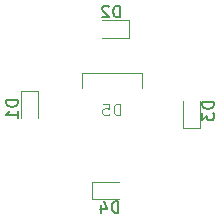
<source format=gbr>
%TF.GenerationSoftware,KiCad,Pcbnew,8.0.1*%
%TF.CreationDate,2024-09-05T15:23:59+02:00*%
%TF.ProjectId,TEP000,54455030-3030-42e6-9b69-6361645f7063,rev?*%
%TF.SameCoordinates,Original*%
%TF.FileFunction,Legend,Bot*%
%TF.FilePolarity,Positive*%
%FSLAX46Y46*%
G04 Gerber Fmt 4.6, Leading zero omitted, Abs format (unit mm)*
G04 Created by KiCad (PCBNEW 8.0.1) date 2024-09-05 15:23:59*
%MOMM*%
%LPD*%
G01*
G04 APERTURE LIST*
%ADD10C,0.100000*%
%ADD11C,0.150000*%
%ADD12C,0.120000*%
G04 APERTURE END LIST*
D10*
X162002694Y-113563619D02*
X162002694Y-112563619D01*
X162002694Y-112563619D02*
X161764599Y-112563619D01*
X161764599Y-112563619D02*
X161621742Y-112611238D01*
X161621742Y-112611238D02*
X161526504Y-112706476D01*
X161526504Y-112706476D02*
X161478885Y-112801714D01*
X161478885Y-112801714D02*
X161431266Y-112992190D01*
X161431266Y-112992190D02*
X161431266Y-113135047D01*
X161431266Y-113135047D02*
X161478885Y-113325523D01*
X161478885Y-113325523D02*
X161526504Y-113420761D01*
X161526504Y-113420761D02*
X161621742Y-113516000D01*
X161621742Y-113516000D02*
X161764599Y-113563619D01*
X161764599Y-113563619D02*
X162002694Y-113563619D01*
X160526504Y-112563619D02*
X161002694Y-112563619D01*
X161002694Y-112563619D02*
X161050313Y-113039809D01*
X161050313Y-113039809D02*
X161002694Y-112992190D01*
X161002694Y-112992190D02*
X160907456Y-112944571D01*
X160907456Y-112944571D02*
X160669361Y-112944571D01*
X160669361Y-112944571D02*
X160574123Y-112992190D01*
X160574123Y-112992190D02*
X160526504Y-113039809D01*
X160526504Y-113039809D02*
X160478885Y-113135047D01*
X160478885Y-113135047D02*
X160478885Y-113373142D01*
X160478885Y-113373142D02*
X160526504Y-113468380D01*
X160526504Y-113468380D02*
X160574123Y-113516000D01*
X160574123Y-113516000D02*
X160669361Y-113563619D01*
X160669361Y-113563619D02*
X160907456Y-113563619D01*
X160907456Y-113563619D02*
X161002694Y-113516000D01*
X161002694Y-113516000D02*
X161050313Y-113468380D01*
D11*
X161824894Y-121823619D02*
X161824894Y-120823619D01*
X161824894Y-120823619D02*
X161586799Y-120823619D01*
X161586799Y-120823619D02*
X161443942Y-120871238D01*
X161443942Y-120871238D02*
X161348704Y-120966476D01*
X161348704Y-120966476D02*
X161301085Y-121061714D01*
X161301085Y-121061714D02*
X161253466Y-121252190D01*
X161253466Y-121252190D02*
X161253466Y-121395047D01*
X161253466Y-121395047D02*
X161301085Y-121585523D01*
X161301085Y-121585523D02*
X161348704Y-121680761D01*
X161348704Y-121680761D02*
X161443942Y-121776000D01*
X161443942Y-121776000D02*
X161586799Y-121823619D01*
X161586799Y-121823619D02*
X161824894Y-121823619D01*
X160396323Y-121156952D02*
X160396323Y-121823619D01*
X160634418Y-120776000D02*
X160872513Y-121490285D01*
X160872513Y-121490285D02*
X160253466Y-121490285D01*
X169931219Y-112444305D02*
X168931219Y-112444305D01*
X168931219Y-112444305D02*
X168931219Y-112682400D01*
X168931219Y-112682400D02*
X168978838Y-112825257D01*
X168978838Y-112825257D02*
X169074076Y-112920495D01*
X169074076Y-112920495D02*
X169169314Y-112968114D01*
X169169314Y-112968114D02*
X169359790Y-113015733D01*
X169359790Y-113015733D02*
X169502647Y-113015733D01*
X169502647Y-113015733D02*
X169693123Y-112968114D01*
X169693123Y-112968114D02*
X169788361Y-112920495D01*
X169788361Y-112920495D02*
X169883600Y-112825257D01*
X169883600Y-112825257D02*
X169931219Y-112682400D01*
X169931219Y-112682400D02*
X169931219Y-112444305D01*
X168931219Y-113349067D02*
X168931219Y-113968114D01*
X168931219Y-113968114D02*
X169312171Y-113634781D01*
X169312171Y-113634781D02*
X169312171Y-113777638D01*
X169312171Y-113777638D02*
X169359790Y-113872876D01*
X169359790Y-113872876D02*
X169407409Y-113920495D01*
X169407409Y-113920495D02*
X169502647Y-113968114D01*
X169502647Y-113968114D02*
X169740742Y-113968114D01*
X169740742Y-113968114D02*
X169835980Y-113920495D01*
X169835980Y-113920495D02*
X169883600Y-113872876D01*
X169883600Y-113872876D02*
X169931219Y-113777638D01*
X169931219Y-113777638D02*
X169931219Y-113491924D01*
X169931219Y-113491924D02*
X169883600Y-113396686D01*
X169883600Y-113396686D02*
X169835980Y-113349067D01*
X161977294Y-105273019D02*
X161977294Y-104273019D01*
X161977294Y-104273019D02*
X161739199Y-104273019D01*
X161739199Y-104273019D02*
X161596342Y-104320638D01*
X161596342Y-104320638D02*
X161501104Y-104415876D01*
X161501104Y-104415876D02*
X161453485Y-104511114D01*
X161453485Y-104511114D02*
X161405866Y-104701590D01*
X161405866Y-104701590D02*
X161405866Y-104844447D01*
X161405866Y-104844447D02*
X161453485Y-105034923D01*
X161453485Y-105034923D02*
X161501104Y-105130161D01*
X161501104Y-105130161D02*
X161596342Y-105225400D01*
X161596342Y-105225400D02*
X161739199Y-105273019D01*
X161739199Y-105273019D02*
X161977294Y-105273019D01*
X161024913Y-104368257D02*
X160977294Y-104320638D01*
X160977294Y-104320638D02*
X160882056Y-104273019D01*
X160882056Y-104273019D02*
X160643961Y-104273019D01*
X160643961Y-104273019D02*
X160548723Y-104320638D01*
X160548723Y-104320638D02*
X160501104Y-104368257D01*
X160501104Y-104368257D02*
X160453485Y-104463495D01*
X160453485Y-104463495D02*
X160453485Y-104558733D01*
X160453485Y-104558733D02*
X160501104Y-104701590D01*
X160501104Y-104701590D02*
X161072532Y-105273019D01*
X161072532Y-105273019D02*
X160453485Y-105273019D01*
X153329819Y-112266505D02*
X152329819Y-112266505D01*
X152329819Y-112266505D02*
X152329819Y-112504600D01*
X152329819Y-112504600D02*
X152377438Y-112647457D01*
X152377438Y-112647457D02*
X152472676Y-112742695D01*
X152472676Y-112742695D02*
X152567914Y-112790314D01*
X152567914Y-112790314D02*
X152758390Y-112837933D01*
X152758390Y-112837933D02*
X152901247Y-112837933D01*
X152901247Y-112837933D02*
X153091723Y-112790314D01*
X153091723Y-112790314D02*
X153186961Y-112742695D01*
X153186961Y-112742695D02*
X153282200Y-112647457D01*
X153282200Y-112647457D02*
X153329819Y-112504600D01*
X153329819Y-112504600D02*
X153329819Y-112266505D01*
X153329819Y-113790314D02*
X153329819Y-113218886D01*
X153329819Y-113504600D02*
X152329819Y-113504600D01*
X152329819Y-113504600D02*
X152472676Y-113409362D01*
X152472676Y-113409362D02*
X152567914Y-113314124D01*
X152567914Y-113314124D02*
X152615533Y-113218886D01*
D10*
%TO.C,D5*%
X158724600Y-109986200D02*
X158724600Y-111256200D01*
X163804600Y-111256200D02*
X163804600Y-109986200D01*
X163804600Y-109986200D02*
X158724600Y-109986200D01*
D12*
%TO.C,D4*%
X159601800Y-119203800D02*
X159601800Y-120673800D01*
X161886800Y-119203800D02*
X159601800Y-119203800D01*
X159601800Y-120673800D02*
X161886800Y-120673800D01*
%TO.C,D3*%
X167311400Y-114667400D02*
X168781400Y-114667400D01*
X167311400Y-112382400D02*
X167311400Y-114667400D01*
X168781400Y-114667400D02*
X168781400Y-112382400D01*
%TO.C,D2*%
X162724200Y-106983200D02*
X162724200Y-105513200D01*
X160439200Y-106983200D02*
X162724200Y-106983200D01*
X162724200Y-105513200D02*
X160439200Y-105513200D01*
%TO.C,D1*%
X155040000Y-111519600D02*
X153570000Y-111519600D01*
X155040000Y-113804600D02*
X155040000Y-111519600D01*
X153570000Y-111519600D02*
X153570000Y-113804600D01*
%TD*%
M02*

</source>
